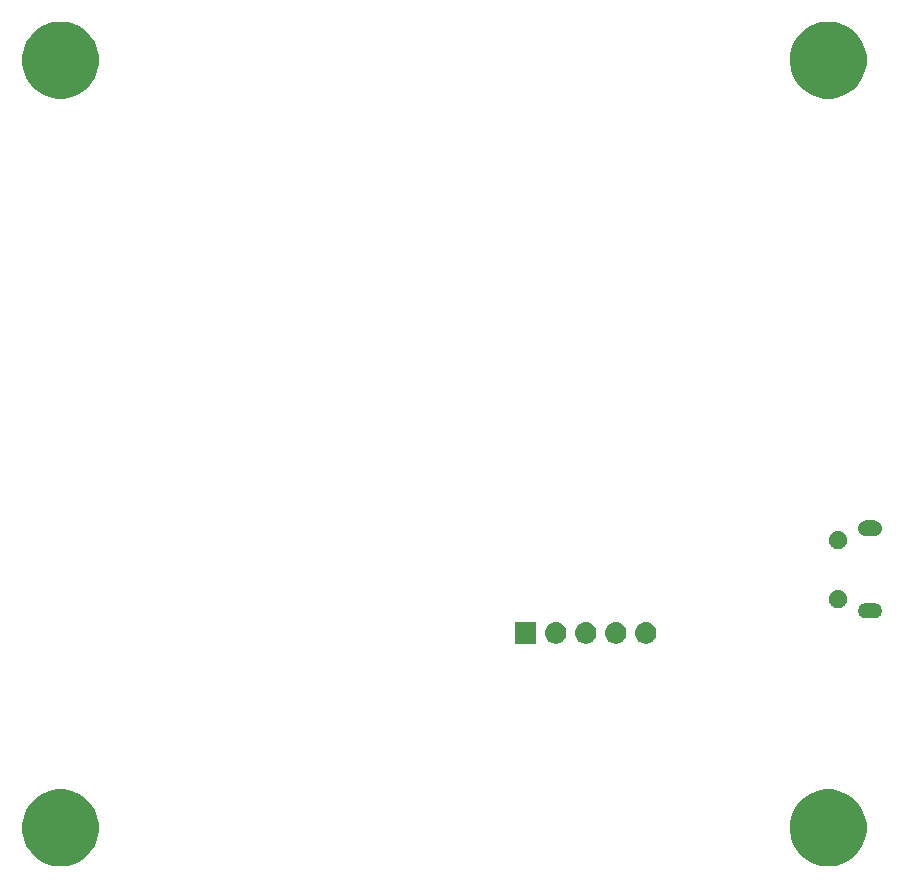
<source format=gbr>
G04 #@! TF.GenerationSoftware,KiCad,Pcbnew,(5.1.4)-1*
G04 #@! TF.CreationDate,2020-03-13T16:18:46-07:00*
G04 #@! TF.ProjectId,stm32F042cXt6_demo,73746d33-3246-4303-9432-635874365f64,rev?*
G04 #@! TF.SameCoordinates,Original*
G04 #@! TF.FileFunction,Soldermask,Bot*
G04 #@! TF.FilePolarity,Negative*
%FSLAX46Y46*%
G04 Gerber Fmt 4.6, Leading zero omitted, Abs format (unit mm)*
G04 Created by KiCad (PCBNEW (5.1.4)-1) date 2020-03-13 16:18:46*
%MOMM*%
%LPD*%
G04 APERTURE LIST*
%ADD10C,0.100000*%
G04 APERTURE END LIST*
D10*
G36*
X35634239Y-91811467D02*
G01*
X35948282Y-91873934D01*
X36539926Y-92119001D01*
X37072392Y-92474784D01*
X37525216Y-92927608D01*
X37880999Y-93460074D01*
X38126066Y-94051718D01*
X38126066Y-94051719D01*
X38251000Y-94679803D01*
X38251000Y-95320197D01*
X38188533Y-95634239D01*
X38126066Y-95948282D01*
X37880999Y-96539926D01*
X37525216Y-97072392D01*
X37072392Y-97525216D01*
X36539926Y-97880999D01*
X35948282Y-98126066D01*
X35634239Y-98188533D01*
X35320197Y-98251000D01*
X34679803Y-98251000D01*
X34365761Y-98188533D01*
X34051718Y-98126066D01*
X33460074Y-97880999D01*
X32927608Y-97525216D01*
X32474784Y-97072392D01*
X32119001Y-96539926D01*
X31873934Y-95948282D01*
X31811467Y-95634239D01*
X31749000Y-95320197D01*
X31749000Y-94679803D01*
X31873934Y-94051719D01*
X31873934Y-94051718D01*
X32119001Y-93460074D01*
X32474784Y-92927608D01*
X32927608Y-92474784D01*
X33460074Y-92119001D01*
X34051718Y-91873934D01*
X34365761Y-91811467D01*
X34679803Y-91749000D01*
X35320197Y-91749000D01*
X35634239Y-91811467D01*
X35634239Y-91811467D01*
G37*
G36*
X100634239Y-91811467D02*
G01*
X100948282Y-91873934D01*
X101539926Y-92119001D01*
X102072392Y-92474784D01*
X102525216Y-92927608D01*
X102880999Y-93460074D01*
X103126066Y-94051718D01*
X103126066Y-94051719D01*
X103251000Y-94679803D01*
X103251000Y-95320197D01*
X103188533Y-95634239D01*
X103126066Y-95948282D01*
X102880999Y-96539926D01*
X102525216Y-97072392D01*
X102072392Y-97525216D01*
X101539926Y-97880999D01*
X100948282Y-98126066D01*
X100634239Y-98188533D01*
X100320197Y-98251000D01*
X99679803Y-98251000D01*
X99365761Y-98188533D01*
X99051718Y-98126066D01*
X98460074Y-97880999D01*
X97927608Y-97525216D01*
X97474784Y-97072392D01*
X97119001Y-96539926D01*
X96873934Y-95948282D01*
X96811467Y-95634239D01*
X96749000Y-95320197D01*
X96749000Y-94679803D01*
X96873934Y-94051719D01*
X96873934Y-94051718D01*
X97119001Y-93460074D01*
X97474784Y-92927608D01*
X97927608Y-92474784D01*
X98460074Y-92119001D01*
X99051718Y-91873934D01*
X99365761Y-91811467D01*
X99679803Y-91749000D01*
X100320197Y-91749000D01*
X100634239Y-91811467D01*
X100634239Y-91811467D01*
G37*
G36*
X84650443Y-77605519D02*
G01*
X84716627Y-77612037D01*
X84886466Y-77663557D01*
X85042991Y-77747222D01*
X85078729Y-77776552D01*
X85180186Y-77859814D01*
X85263448Y-77961271D01*
X85292778Y-77997009D01*
X85376443Y-78153534D01*
X85427963Y-78323373D01*
X85445359Y-78500000D01*
X85427963Y-78676627D01*
X85376443Y-78846466D01*
X85292778Y-79002991D01*
X85263448Y-79038729D01*
X85180186Y-79140186D01*
X85078729Y-79223448D01*
X85042991Y-79252778D01*
X84886466Y-79336443D01*
X84716627Y-79387963D01*
X84650443Y-79394481D01*
X84584260Y-79401000D01*
X84495740Y-79401000D01*
X84429557Y-79394481D01*
X84363373Y-79387963D01*
X84193534Y-79336443D01*
X84037009Y-79252778D01*
X84001271Y-79223448D01*
X83899814Y-79140186D01*
X83816552Y-79038729D01*
X83787222Y-79002991D01*
X83703557Y-78846466D01*
X83652037Y-78676627D01*
X83634641Y-78500000D01*
X83652037Y-78323373D01*
X83703557Y-78153534D01*
X83787222Y-77997009D01*
X83816552Y-77961271D01*
X83899814Y-77859814D01*
X84001271Y-77776552D01*
X84037009Y-77747222D01*
X84193534Y-77663557D01*
X84363373Y-77612037D01*
X84429557Y-77605519D01*
X84495740Y-77599000D01*
X84584260Y-77599000D01*
X84650443Y-77605519D01*
X84650443Y-77605519D01*
G37*
G36*
X79570443Y-77605519D02*
G01*
X79636627Y-77612037D01*
X79806466Y-77663557D01*
X79962991Y-77747222D01*
X79998729Y-77776552D01*
X80100186Y-77859814D01*
X80183448Y-77961271D01*
X80212778Y-77997009D01*
X80296443Y-78153534D01*
X80347963Y-78323373D01*
X80365359Y-78500000D01*
X80347963Y-78676627D01*
X80296443Y-78846466D01*
X80212778Y-79002991D01*
X80183448Y-79038729D01*
X80100186Y-79140186D01*
X79998729Y-79223448D01*
X79962991Y-79252778D01*
X79806466Y-79336443D01*
X79636627Y-79387963D01*
X79570443Y-79394481D01*
X79504260Y-79401000D01*
X79415740Y-79401000D01*
X79349557Y-79394481D01*
X79283373Y-79387963D01*
X79113534Y-79336443D01*
X78957009Y-79252778D01*
X78921271Y-79223448D01*
X78819814Y-79140186D01*
X78736552Y-79038729D01*
X78707222Y-79002991D01*
X78623557Y-78846466D01*
X78572037Y-78676627D01*
X78554641Y-78500000D01*
X78572037Y-78323373D01*
X78623557Y-78153534D01*
X78707222Y-77997009D01*
X78736552Y-77961271D01*
X78819814Y-77859814D01*
X78921271Y-77776552D01*
X78957009Y-77747222D01*
X79113534Y-77663557D01*
X79283373Y-77612037D01*
X79349557Y-77605519D01*
X79415740Y-77599000D01*
X79504260Y-77599000D01*
X79570443Y-77605519D01*
X79570443Y-77605519D01*
G37*
G36*
X82110443Y-77605519D02*
G01*
X82176627Y-77612037D01*
X82346466Y-77663557D01*
X82502991Y-77747222D01*
X82538729Y-77776552D01*
X82640186Y-77859814D01*
X82723448Y-77961271D01*
X82752778Y-77997009D01*
X82836443Y-78153534D01*
X82887963Y-78323373D01*
X82905359Y-78500000D01*
X82887963Y-78676627D01*
X82836443Y-78846466D01*
X82752778Y-79002991D01*
X82723448Y-79038729D01*
X82640186Y-79140186D01*
X82538729Y-79223448D01*
X82502991Y-79252778D01*
X82346466Y-79336443D01*
X82176627Y-79387963D01*
X82110443Y-79394481D01*
X82044260Y-79401000D01*
X81955740Y-79401000D01*
X81889557Y-79394481D01*
X81823373Y-79387963D01*
X81653534Y-79336443D01*
X81497009Y-79252778D01*
X81461271Y-79223448D01*
X81359814Y-79140186D01*
X81276552Y-79038729D01*
X81247222Y-79002991D01*
X81163557Y-78846466D01*
X81112037Y-78676627D01*
X81094641Y-78500000D01*
X81112037Y-78323373D01*
X81163557Y-78153534D01*
X81247222Y-77997009D01*
X81276552Y-77961271D01*
X81359814Y-77859814D01*
X81461271Y-77776552D01*
X81497009Y-77747222D01*
X81653534Y-77663557D01*
X81823373Y-77612037D01*
X81889557Y-77605519D01*
X81955740Y-77599000D01*
X82044260Y-77599000D01*
X82110443Y-77605519D01*
X82110443Y-77605519D01*
G37*
G36*
X77030443Y-77605519D02*
G01*
X77096627Y-77612037D01*
X77266466Y-77663557D01*
X77422991Y-77747222D01*
X77458729Y-77776552D01*
X77560186Y-77859814D01*
X77643448Y-77961271D01*
X77672778Y-77997009D01*
X77756443Y-78153534D01*
X77807963Y-78323373D01*
X77825359Y-78500000D01*
X77807963Y-78676627D01*
X77756443Y-78846466D01*
X77672778Y-79002991D01*
X77643448Y-79038729D01*
X77560186Y-79140186D01*
X77458729Y-79223448D01*
X77422991Y-79252778D01*
X77266466Y-79336443D01*
X77096627Y-79387963D01*
X77030443Y-79394481D01*
X76964260Y-79401000D01*
X76875740Y-79401000D01*
X76809557Y-79394481D01*
X76743373Y-79387963D01*
X76573534Y-79336443D01*
X76417009Y-79252778D01*
X76381271Y-79223448D01*
X76279814Y-79140186D01*
X76196552Y-79038729D01*
X76167222Y-79002991D01*
X76083557Y-78846466D01*
X76032037Y-78676627D01*
X76014641Y-78500000D01*
X76032037Y-78323373D01*
X76083557Y-78153534D01*
X76167222Y-77997009D01*
X76196552Y-77961271D01*
X76279814Y-77859814D01*
X76381271Y-77776552D01*
X76417009Y-77747222D01*
X76573534Y-77663557D01*
X76743373Y-77612037D01*
X76809557Y-77605519D01*
X76875740Y-77599000D01*
X76964260Y-77599000D01*
X77030443Y-77605519D01*
X77030443Y-77605519D01*
G37*
G36*
X75281000Y-79401000D02*
G01*
X73479000Y-79401000D01*
X73479000Y-77599000D01*
X75281000Y-77599000D01*
X75281000Y-79401000D01*
X75281000Y-79401000D01*
G37*
G36*
X103951355Y-75972140D02*
G01*
X104015118Y-75978420D01*
X104105904Y-76005960D01*
X104137836Y-76015646D01*
X104250925Y-76076094D01*
X104350054Y-76157446D01*
X104431406Y-76256575D01*
X104491854Y-76369664D01*
X104491855Y-76369668D01*
X104529080Y-76492382D01*
X104541649Y-76620000D01*
X104529080Y-76747618D01*
X104501540Y-76838404D01*
X104491854Y-76870336D01*
X104431406Y-76983425D01*
X104350054Y-77082554D01*
X104250925Y-77163906D01*
X104137836Y-77224354D01*
X104105904Y-77234040D01*
X104015118Y-77261580D01*
X103951355Y-77267860D01*
X103919474Y-77271000D01*
X103155526Y-77271000D01*
X103123645Y-77267860D01*
X103059882Y-77261580D01*
X102969096Y-77234040D01*
X102937164Y-77224354D01*
X102824075Y-77163906D01*
X102724946Y-77082554D01*
X102643594Y-76983425D01*
X102583146Y-76870336D01*
X102573460Y-76838404D01*
X102545920Y-76747618D01*
X102533351Y-76620000D01*
X102545920Y-76492382D01*
X102583145Y-76369668D01*
X102583146Y-76369664D01*
X102643594Y-76256575D01*
X102724946Y-76157446D01*
X102824075Y-76076094D01*
X102937164Y-76015646D01*
X102969096Y-76005960D01*
X103059882Y-75978420D01*
X103123645Y-75972140D01*
X103155526Y-75969000D01*
X103919474Y-75969000D01*
X103951355Y-75972140D01*
X103951355Y-75972140D01*
G37*
G36*
X101063848Y-74873820D02*
G01*
X101063850Y-74873821D01*
X101063851Y-74873821D01*
X101205074Y-74932317D01*
X101205077Y-74932319D01*
X101332169Y-75017239D01*
X101440261Y-75125331D01*
X101525181Y-75252423D01*
X101525183Y-75252426D01*
X101583679Y-75393649D01*
X101613500Y-75543571D01*
X101613500Y-75696429D01*
X101583679Y-75846351D01*
X101525183Y-75987574D01*
X101525181Y-75987577D01*
X101440261Y-76114669D01*
X101332169Y-76222761D01*
X101205077Y-76307681D01*
X101205074Y-76307683D01*
X101063851Y-76366179D01*
X101063850Y-76366179D01*
X101063848Y-76366180D01*
X100913931Y-76396000D01*
X100761069Y-76396000D01*
X100611152Y-76366180D01*
X100611150Y-76366179D01*
X100611149Y-76366179D01*
X100469926Y-76307683D01*
X100469923Y-76307681D01*
X100342831Y-76222761D01*
X100234739Y-76114669D01*
X100149819Y-75987577D01*
X100149817Y-75987574D01*
X100091321Y-75846351D01*
X100061500Y-75696429D01*
X100061500Y-75543571D01*
X100091321Y-75393649D01*
X100149817Y-75252426D01*
X100149819Y-75252423D01*
X100234739Y-75125331D01*
X100342831Y-75017239D01*
X100469923Y-74932319D01*
X100469926Y-74932317D01*
X100611149Y-74873821D01*
X100611150Y-74873821D01*
X100611152Y-74873820D01*
X100761069Y-74844000D01*
X100913931Y-74844000D01*
X101063848Y-74873820D01*
X101063848Y-74873820D01*
G37*
G36*
X101063848Y-69873820D02*
G01*
X101063850Y-69873821D01*
X101063851Y-69873821D01*
X101205074Y-69932317D01*
X101205077Y-69932319D01*
X101332169Y-70017239D01*
X101440261Y-70125331D01*
X101525181Y-70252423D01*
X101525183Y-70252426D01*
X101583679Y-70393649D01*
X101613500Y-70543571D01*
X101613500Y-70696429D01*
X101583679Y-70846351D01*
X101525183Y-70987574D01*
X101525181Y-70987577D01*
X101440261Y-71114669D01*
X101332169Y-71222761D01*
X101205077Y-71307681D01*
X101205074Y-71307683D01*
X101063851Y-71366179D01*
X101063850Y-71366179D01*
X101063848Y-71366180D01*
X100913931Y-71396000D01*
X100761069Y-71396000D01*
X100611152Y-71366180D01*
X100611150Y-71366179D01*
X100611149Y-71366179D01*
X100469926Y-71307683D01*
X100469923Y-71307681D01*
X100342831Y-71222761D01*
X100234739Y-71114669D01*
X100149819Y-70987577D01*
X100149817Y-70987574D01*
X100091321Y-70846351D01*
X100061500Y-70696429D01*
X100061500Y-70543571D01*
X100091321Y-70393649D01*
X100149817Y-70252426D01*
X100149819Y-70252423D01*
X100234739Y-70125331D01*
X100342831Y-70017239D01*
X100469923Y-69932319D01*
X100469926Y-69932317D01*
X100611149Y-69873821D01*
X100611150Y-69873821D01*
X100611152Y-69873820D01*
X100761069Y-69844000D01*
X100913931Y-69844000D01*
X101063848Y-69873820D01*
X101063848Y-69873820D01*
G37*
G36*
X103951355Y-68972140D02*
G01*
X104015118Y-68978420D01*
X104105904Y-69005960D01*
X104137836Y-69015646D01*
X104250925Y-69076094D01*
X104350054Y-69157446D01*
X104431406Y-69256575D01*
X104491854Y-69369664D01*
X104491855Y-69369668D01*
X104529080Y-69492382D01*
X104541649Y-69620000D01*
X104529080Y-69747618D01*
X104501540Y-69838404D01*
X104491854Y-69870336D01*
X104431406Y-69983425D01*
X104350054Y-70082554D01*
X104250925Y-70163906D01*
X104137836Y-70224354D01*
X104105904Y-70234040D01*
X104015118Y-70261580D01*
X103951355Y-70267860D01*
X103919474Y-70271000D01*
X103155526Y-70271000D01*
X103123645Y-70267860D01*
X103059882Y-70261580D01*
X102969096Y-70234040D01*
X102937164Y-70224354D01*
X102824075Y-70163906D01*
X102724946Y-70082554D01*
X102643594Y-69983425D01*
X102583146Y-69870336D01*
X102573460Y-69838404D01*
X102545920Y-69747618D01*
X102533351Y-69620000D01*
X102545920Y-69492382D01*
X102583145Y-69369668D01*
X102583146Y-69369664D01*
X102643594Y-69256575D01*
X102724946Y-69157446D01*
X102824075Y-69076094D01*
X102937164Y-69015646D01*
X102969096Y-69005960D01*
X103059882Y-68978420D01*
X103123645Y-68972140D01*
X103155526Y-68969000D01*
X103919474Y-68969000D01*
X103951355Y-68972140D01*
X103951355Y-68972140D01*
G37*
G36*
X100634239Y-26811467D02*
G01*
X100948282Y-26873934D01*
X101539926Y-27119001D01*
X102072392Y-27474784D01*
X102525216Y-27927608D01*
X102880999Y-28460074D01*
X103126066Y-29051718D01*
X103126066Y-29051719D01*
X103251000Y-29679803D01*
X103251000Y-30320197D01*
X103188533Y-30634239D01*
X103126066Y-30948282D01*
X102880999Y-31539926D01*
X102525216Y-32072392D01*
X102072392Y-32525216D01*
X101539926Y-32880999D01*
X100948282Y-33126066D01*
X100634239Y-33188533D01*
X100320197Y-33251000D01*
X99679803Y-33251000D01*
X99365761Y-33188533D01*
X99051718Y-33126066D01*
X98460074Y-32880999D01*
X97927608Y-32525216D01*
X97474784Y-32072392D01*
X97119001Y-31539926D01*
X96873934Y-30948282D01*
X96811467Y-30634239D01*
X96749000Y-30320197D01*
X96749000Y-29679803D01*
X96873934Y-29051719D01*
X96873934Y-29051718D01*
X97119001Y-28460074D01*
X97474784Y-27927608D01*
X97927608Y-27474784D01*
X98460074Y-27119001D01*
X99051718Y-26873934D01*
X99365761Y-26811467D01*
X99679803Y-26749000D01*
X100320197Y-26749000D01*
X100634239Y-26811467D01*
X100634239Y-26811467D01*
G37*
G36*
X35634239Y-26811467D02*
G01*
X35948282Y-26873934D01*
X36539926Y-27119001D01*
X37072392Y-27474784D01*
X37525216Y-27927608D01*
X37880999Y-28460074D01*
X38126066Y-29051718D01*
X38126066Y-29051719D01*
X38251000Y-29679803D01*
X38251000Y-30320197D01*
X38188533Y-30634239D01*
X38126066Y-30948282D01*
X37880999Y-31539926D01*
X37525216Y-32072392D01*
X37072392Y-32525216D01*
X36539926Y-32880999D01*
X35948282Y-33126066D01*
X35634239Y-33188533D01*
X35320197Y-33251000D01*
X34679803Y-33251000D01*
X34365761Y-33188533D01*
X34051718Y-33126066D01*
X33460074Y-32880999D01*
X32927608Y-32525216D01*
X32474784Y-32072392D01*
X32119001Y-31539926D01*
X31873934Y-30948282D01*
X31811467Y-30634239D01*
X31749000Y-30320197D01*
X31749000Y-29679803D01*
X31873934Y-29051719D01*
X31873934Y-29051718D01*
X32119001Y-28460074D01*
X32474784Y-27927608D01*
X32927608Y-27474784D01*
X33460074Y-27119001D01*
X34051718Y-26873934D01*
X34365761Y-26811467D01*
X34679803Y-26749000D01*
X35320197Y-26749000D01*
X35634239Y-26811467D01*
X35634239Y-26811467D01*
G37*
M02*

</source>
